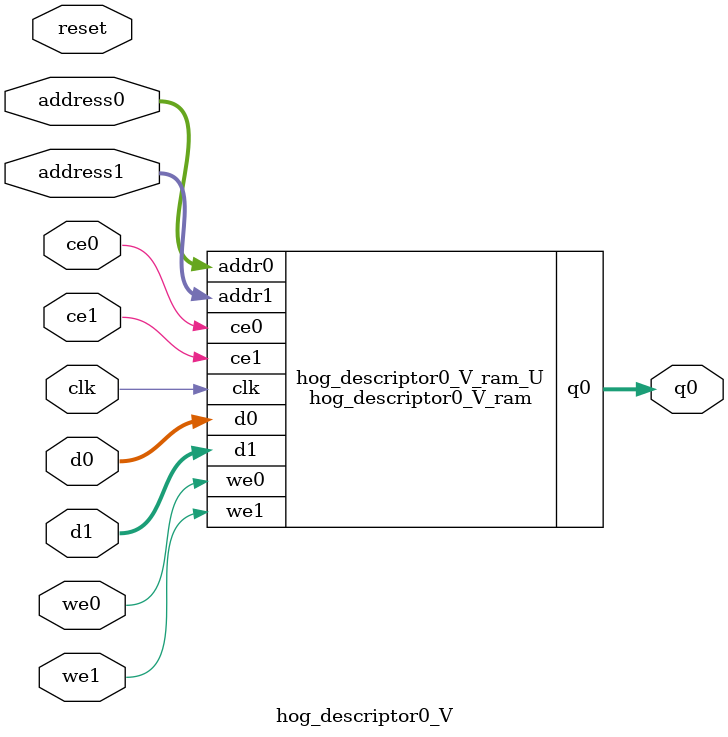
<source format=v>

`timescale 1 ns / 1 ps
module hog_descriptor0_V_ram (addr0, ce0, d0, we0, q0, addr1, ce1, d1, we1,  clk);

parameter DWIDTH = 15;
parameter AWIDTH = 7;
parameter MEM_SIZE = 72;

input[AWIDTH-1:0] addr0;
input ce0;
input[DWIDTH-1:0] d0;
input we0;
output reg[DWIDTH-1:0] q0;
input[AWIDTH-1:0] addr1;
input ce1;
input[DWIDTH-1:0] d1;
input we1;
input clk;

(* ram_style = "block" *)reg [DWIDTH-1:0] ram[0:MEM_SIZE-1];




always @(posedge clk)  
begin 
    if (ce0) 
    begin
        if (we0) 
        begin 
            ram[addr0] <= d0; 
            q0 <= d0;
        end 
        else 
            q0 <= ram[addr0];
    end
end


always @(posedge clk)  
begin 
    if (ce1) 
    begin
        if (we1) 
        begin 
            ram[addr1] <= d1; 
        end 
    end
end


endmodule


`timescale 1 ns / 1 ps
module hog_descriptor0_V(
    reset,
    clk,
    address0,
    ce0,
    we0,
    d0,
    q0,
    address1,
    ce1,
    we1,
    d1);

parameter DataWidth = 32'd15;
parameter AddressRange = 32'd72;
parameter AddressWidth = 32'd7;
input reset;
input clk;
input[AddressWidth - 1:0] address0;
input ce0;
input we0;
input[DataWidth - 1:0] d0;
output[DataWidth - 1:0] q0;
input[AddressWidth - 1:0] address1;
input ce1;
input we1;
input[DataWidth - 1:0] d1;



hog_descriptor0_V_ram hog_descriptor0_V_ram_U(
    .clk( clk ),
    .addr0( address0 ),
    .ce0( ce0 ),
    .d0( d0 ),
    .we0( we0 ),
    .q0( q0 ),
    .addr1( address1 ),
    .ce1( ce1 ),
    .d1( d1 ),
    .we1( we1 ));

endmodule


</source>
